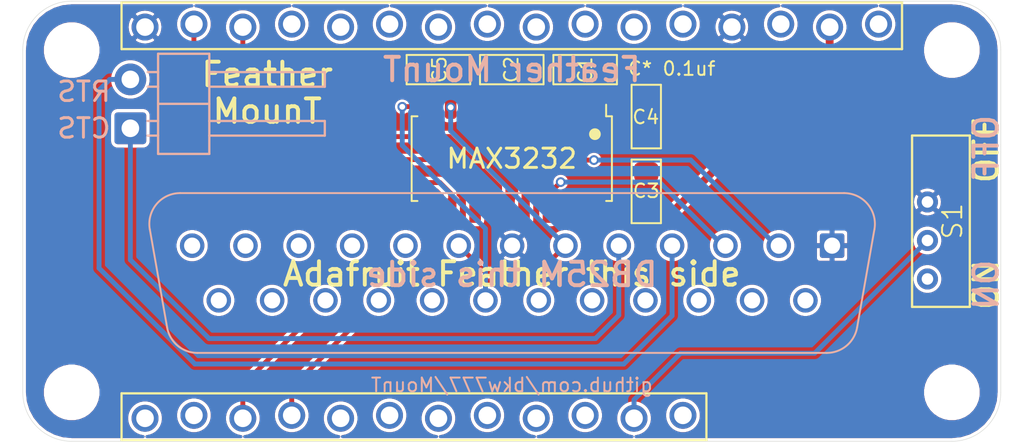
<source format=kicad_pcb>
(kicad_pcb (version 20171130) (host pcbnew 5.1.9-73d0e3b20d~88~ubuntu20.10.1)
  (layers (0 F.Cu signal) (31 B.Cu signal) (34 B.Paste user hide) (35 F.Paste user hide) (36 B.SilkS user) (37 F.SilkS user) (38 B.Mask user) (39 F.Mask user) (44 Edge.Cuts user))
  (net 0 "")
  (net 1 GND)
  (net 2 "Net-(C1-Pad1)")
  (net 3 "Net-(C1-Pad2)")
  (net 4 "Net-(C2-Pad1)")
  (net 5 "Net-(C2-Pad2)")
  (net 6 "Net-(C4-Pad1)")
  (net 7 "Net-(C5-Pad1)")
  (net 8 /En)
  (net 9 +3V3)
  (net 10 /DTR_TTL)
  (net 11 /DSR_TTL)
  (net 12 /TX_TTL)
  (net 13 /RX_TTL)
  (net 14 /DTR_232)
  (net 15 /DCD_232)
  (net 16 /DSR_232)
  (net 17 /CTS_232)
  (net 18 /RTS_232)
  (net 19 /RX_232)
  (net 20 /TX_232)
  (module 0_LOCAL:PinHeader_1x02_P2.54mm_Horizontal (layer B.Cu) (at 127.508 91.694)
    (fp_text reference JP1 hide)
    (fp_text value Jumper_2_Bridged)
    (fp_line (start 1.44 1.33) (end 1.44 -3.87) (layer B.SilkS) (width 0.12))
    (fp_line (start 1.44 -3.87) (end 4.1 -3.87) (layer B.SilkS) (width 0.12))
    (fp_line (start 4.1 -3.87) (end 4.1 1.33) (layer B.SilkS) (width 0.12))
    (fp_line (start 4.1 1.33) (end 1.44 1.33) (layer B.SilkS) (width 0.12))
    (fp_line (start 4.1 0.38) (end 10.1 0.38) (layer B.SilkS) (width 0.12))
    (fp_line (start 10.1 0.38) (end 10.1 -0.38) (layer B.SilkS) (width 0.12))
    (fp_line (start 10.1 -0.38) (end 4.1 -0.38) (layer B.SilkS) (width 0.12))
    (fp_line (start 0.9 0.38) (end 1.44 0.38) (layer B.SilkS) (width 0.12))
    (fp_line (start 0.9 -0.38) (end 1.44 -0.38) (layer B.SilkS) (width 0.12))
    (fp_line (start 1.44 -1.27) (end 4.1 -1.27) (layer B.SilkS) (width 0.12))
    (fp_line (start 4.1 -2.16) (end 10.1 -2.16) (layer B.SilkS) (width 0.12))
    (fp_line (start 10.1 -2.16) (end 10.1 -2.92) (layer B.SilkS) (width 0.12))
    (fp_line (start 10.1 -2.92) (end 4.1 -2.92) (layer B.SilkS) (width 0.12))
    (fp_line (start 0.9 -2.16) (end 1.44 -2.16) (layer B.SilkS) (width 0.12))
    (fp_line (start 0.9 -2.92) (end 1.44 -2.92) (layer B.SilkS) (width 0.12))
    (pad 2 thru_hole custom (at 0 -2.54) (size 1.651 1.651) (drill 0.9144) (layers *.Cu *.Mask) (net 18 /RTS_232) (options (clearance outline) (anchor circle)) (primitives))
    (pad 1 thru_hole roundrect (at 0 0) (size 1.651 1.651) (drill 0.9144) (layers *.Cu *.Mask) (roundrect_rratio 0.1) (net 17 /CTS_232))
  )
  (module 0_LOCAL:Adafruit_Feather_stagger_6mil (layer F.Cu) (at 147.32 96.52 180)
    (fp_text reference J1 hide)
    (fp_text value Adafruit_Feather)
    (fp_line (start 20.2692 8.9408) (end -20.2692 8.9408) (layer F.SilkS) (width 0.12))
    (fp_line (start 20.2692 11.3792) (end 20.2692 8.9408) (layer F.SilkS) (width 0.12))
    (fp_line (start -20.2692 11.3792) (end 20.2692 11.3792) (layer F.SilkS) (width 0.12))
    (fp_line (start -20.2692 8.9408) (end -20.2692 11.3792) (layer F.SilkS) (width 0.12))
    (fp_line (start 20.2692 -11.3792) (end -10.1092 -11.3792) (layer F.SilkS) (width 0.12))
    (fp_line (start 20.2692 -8.9408) (end 20.2692 -11.3792) (layer F.SilkS) (width 0.12))
    (fp_line (start -10.1092 -8.9408) (end 20.2692 -8.9408) (layer F.SilkS) (width 0.12))
    (fp_line (start -10.1092 -11.3792) (end -10.1092 -8.9408) (layer F.SilkS) (width 0.12))
    (pad "" np_thru_hole circle (at 22.86 -8.89 180) (size 2.54 2.54) (drill 2.54) (layers *.Cu *.Mask))
    (pad "" np_thru_hole circle (at 22.86 8.89 180) (size 2.54 2.54) (drill 2.54) (layers *.Cu *.Mask))
    (pad "" np_thru_hole circle (at -22.86 8.89 180) (size 2.54 2.54) (drill 2.54) (layers *.Cu *.Mask))
    (pad "" np_thru_hole circle (at -22.86 -8.89 180) (size 2.54 2.54) (drill 2.54) (layers *.Cu *.Mask))
    (pad 16 thru_hole circle (at 19.05 10.0838 180) (size 1.397 1.397) (drill 0.9144) (layers *.Cu *.Mask) (net 1 GND))
    (pad 15 thru_hole circle (at 16.51 10.2362 180) (size 1.397 1.397) (drill 0.9144) (layers *.Cu *.Mask) (net 12 /TX_TTL))
    (pad 14 thru_hole circle (at 13.97 10.0838 180) (size 1.397 1.397) (drill 0.9144) (layers *.Cu *.Mask) (net 13 /RX_TTL))
    (pad 13 thru_hole circle (at 11.43 10.2362 180) (size 1.397 1.397) (drill 0.9144) (layers *.Cu *.Mask))
    (pad 12 thru_hole circle (at 8.89 10.0838 180) (size 1.397 1.397) (drill 0.9144) (layers *.Cu *.Mask))
    (pad 11 thru_hole circle (at 6.35 10.2362 180) (size 1.397 1.397) (drill 0.9144) (layers *.Cu *.Mask))
    (pad 10 thru_hole circle (at 3.81 10.0838 180) (size 1.397 1.397) (drill 0.9144) (layers *.Cu *.Mask))
    (pad 9 thru_hole circle (at 1.27 10.2362 180) (size 1.397 1.397) (drill 0.9144) (layers *.Cu *.Mask))
    (pad 8 thru_hole circle (at -1.27 10.0838 180) (size 1.397 1.397) (drill 0.9144) (layers *.Cu *.Mask))
    (pad 7 thru_hole circle (at -3.81 10.2362 180) (size 1.397 1.397) (drill 0.9144) (layers *.Cu *.Mask))
    (pad 6 thru_hole circle (at -6.35 10.0838 180) (size 1.397 1.397) (drill 0.9144) (layers *.Cu *.Mask))
    (pad 5 thru_hole circle (at -8.89 10.2362 180) (size 1.397 1.397) (drill 0.9144) (layers *.Cu *.Mask))
    (pad 4 thru_hole circle (at -11.43 10.0838 180) (size 1.397 1.397) (drill 0.9144) (layers *.Cu *.Mask) (net 1 GND))
    (pad 3 thru_hole circle (at -13.97 10.2362 180) (size 1.397 1.397) (drill 0.9144) (layers *.Cu *.Mask))
    (pad 2 thru_hole circle (at -16.51 10.0838 180) (size 1.397 1.397) (drill 0.9144) (layers *.Cu *.Mask) (net 9 +3V3))
    (pad 1 thru_hole circle (at -19.05 10.2362 180) (size 1.397 1.397) (drill 0.9144) (layers *.Cu *.Mask))
    (pad 17 thru_hole circle (at 19.05 -10.2362 180) (size 1.397 1.397) (drill 0.9144) (layers *.Cu *.Mask))
    (pad 18 thru_hole circle (at 16.51 -10.0838 180) (size 1.397 1.397) (drill 0.9144) (layers *.Cu *.Mask))
    (pad 19 thru_hole circle (at 13.97 -10.2362 180) (size 1.397 1.397) (drill 0.9144) (layers *.Cu *.Mask) (net 10 /DTR_TTL))
    (pad 20 thru_hole circle (at 11.43 -10.0838 180) (size 1.397 1.397) (drill 0.9144) (layers *.Cu *.Mask) (net 11 /DSR_TTL))
    (pad 21 thru_hole circle (at 8.89 -10.2362 180) (size 1.397 1.397) (drill 0.9144) (layers *.Cu *.Mask))
    (pad 22 thru_hole circle (at 6.35 -10.0838 180) (size 1.397 1.397) (drill 0.9144) (layers *.Cu *.Mask))
    (pad 23 thru_hole circle (at 3.81 -10.2362 180) (size 1.397 1.397) (drill 0.9144) (layers *.Cu *.Mask))
    (pad 24 thru_hole circle (at 1.27 -10.0838 180) (size 1.397 1.397) (drill 0.9144) (layers *.Cu *.Mask))
    (pad 25 thru_hole circle (at -1.27 -10.2362 180) (size 1.397 1.397) (drill 0.9144) (layers *.Cu *.Mask))
    (pad 26 thru_hole circle (at -3.81 -10.0838 180) (size 1.397 1.397) (drill 0.9144) (layers *.Cu *.Mask))
    (pad 27 thru_hole circle (at -6.35 -10.2362 180) (size 1.397 1.397) (drill 0.9144) (layers *.Cu *.Mask) (net 8 /En))
    (pad 28 thru_hole circle (at -8.89 -10.0838 180) (size 1.397 1.397) (drill 0.9144) (layers *.Cu *.Mask))
  )
  (module 0_LOCAL:CSS-121xC (layer F.Cu) (at 168.91 96.52 90)
    (fp_text reference S1 (at 0 1.3 90) (layer F.SilkS) (effects (font (thickness 0.1))))
    (fp_text value DS04-254-1L-01BK)
    (fp_line (start -4.45 -0.8) (end -4.45 2.2) (layer F.SilkS) (width 0.12))
    (fp_line (start -4.45 2.2) (end 4.45 2.2) (layer F.SilkS) (width 0.12))
    (fp_line (start -4.45 -0.8) (end 4.45 -0.8) (layer F.SilkS) (width 0.12))
    (fp_line (start 4.45 -0.8) (end 4.45 2.2) (layer F.SilkS) (width 0.12))
    (pad 2 thru_hole circle (at -1 0 90) (size 1.0922 1.0922) (drill 0.6) (layers *.Cu *.Mask) (net 8 /En))
    (pad 1 thru_hole circle (at -3 0 90) (size 1.0922 1.0922) (drill 0.6) (layers *.Cu *.Mask))
    (pad 3 thru_hole circle (at 1 0 90) (size 1.0922 1.0922) (drill 0.6) (layers *.Cu *.Mask) (net 1 GND))
  )
  (module 0_LOCAL:DSUB-25_Male_Vertical_P2.77x2.84mm (layer B.Cu) (at 163.957 97.79 180)
    (fp_text reference J2 hide)
    (fp_text value DB25_Male)
    (fp_line (start -0.623194 2.73) (end 33.863194 2.73) (layer B.SilkS) (width 0.1))
    (fp_line (start 0.276073 -5.57) (end 32.963927 -5.57) (layer B.SilkS) (width 0.1))
    (fp_line (start 35.438887 0.852163) (end 34.539619 -4.247837) (layer B.SilkS) (width 0.1))
    (fp_line (start -2.198887 0.852163) (end -1.299619 -4.247837) (layer B.SilkS) (width 0.1))
    (fp_arc (start 32.963927 -3.97) (end 32.963927 -5.57) (angle 80) (layer B.SilkS) (width 0.1))
    (fp_arc (start 0.276073 -3.97) (end 0.276073 -5.57) (angle -80) (layer B.SilkS) (width 0.1))
    (fp_arc (start 33.863194 1.13) (end 33.863194 2.73) (angle -100) (layer B.SilkS) (width 0.1))
    (fp_arc (start -0.623194 1.13) (end -0.623194 2.73) (angle 100) (layer B.SilkS) (width 0.1))
    (pad 25 thru_hole circle (at 31.855 -2.84 180) (size 1.27 1.27) (drill 0.8382) (layers *.Cu *.Mask))
    (pad 24 thru_hole circle (at 29.085 -2.84 180) (size 1.27 1.27) (drill 0.8382) (layers *.Cu *.Mask))
    (pad 23 thru_hole circle (at 26.315 -2.84 180) (size 1.27 1.27) (drill 0.8382) (layers *.Cu *.Mask))
    (pad 22 thru_hole circle (at 23.545 -2.84 180) (size 1.27 1.27) (drill 0.8382) (layers *.Cu *.Mask))
    (pad 21 thru_hole circle (at 20.775 -2.84 180) (size 1.27 1.27) (drill 0.8382) (layers *.Cu *.Mask))
    (pad 20 thru_hole circle (at 18.005 -2.84 180) (size 1.27 1.27) (drill 0.8382) (layers *.Cu *.Mask) (net 14 /DTR_232))
    (pad 19 thru_hole circle (at 15.235 -2.84 180) (size 1.27 1.27) (drill 0.8382) (layers *.Cu *.Mask))
    (pad 18 thru_hole circle (at 12.465 -2.84 180) (size 1.27 1.27) (drill 0.8382) (layers *.Cu *.Mask))
    (pad 17 thru_hole circle (at 9.695 -2.84 180) (size 1.27 1.27) (drill 0.8382) (layers *.Cu *.Mask))
    (pad 16 thru_hole circle (at 6.925 -2.84 180) (size 1.27 1.27) (drill 0.8382) (layers *.Cu *.Mask))
    (pad 15 thru_hole circle (at 4.155 -2.84 180) (size 1.27 1.27) (drill 0.8382) (layers *.Cu *.Mask))
    (pad 14 thru_hole circle (at 1.385 -2.84 180) (size 1.27 1.27) (drill 0.8382) (layers *.Cu *.Mask))
    (pad 13 thru_hole circle (at 33.24 0 180) (size 1.27 1.27) (drill 0.8382) (layers *.Cu *.Mask))
    (pad 12 thru_hole circle (at 30.47 0 180) (size 1.27 1.27) (drill 0.8382) (layers *.Cu *.Mask))
    (pad 11 thru_hole circle (at 27.7 0 180) (size 1.27 1.27) (drill 0.8382) (layers *.Cu *.Mask))
    (pad 10 thru_hole circle (at 24.93 0 180) (size 1.27 1.27) (drill 0.8382) (layers *.Cu *.Mask))
    (pad 9 thru_hole circle (at 22.16 0 180) (size 1.27 1.27) (drill 0.8382) (layers *.Cu *.Mask))
    (pad 8 thru_hole circle (at 19.39 0 180) (size 1.27 1.27) (drill 0.8382) (layers *.Cu *.Mask) (net 15 /DCD_232))
    (pad 7 thru_hole circle (at 16.62 0 180) (size 1.27 1.27) (drill 0.8382) (layers *.Cu *.Mask) (net 1 GND))
    (pad 6 thru_hole circle (at 13.85 0 180) (size 1.27 1.27) (drill 0.8382) (layers *.Cu *.Mask) (net 16 /DSR_232))
    (pad 5 thru_hole circle (at 11.08 0 180) (size 1.27 1.27) (drill 0.8382) (layers *.Cu *.Mask) (net 17 /CTS_232))
    (pad 4 thru_hole circle (at 8.31 0 180) (size 1.27 1.27) (drill 0.8382) (layers *.Cu *.Mask) (net 18 /RTS_232))
    (pad 3 thru_hole circle (at 5.54 0 180) (size 1.27 1.27) (drill 0.8382) (layers *.Cu *.Mask) (net 19 /RX_232))
    (pad 2 thru_hole circle (at 2.77 0 180) (size 1.27 1.27) (drill 0.8382) (layers *.Cu *.Mask) (net 20 /TX_232))
    (pad 1 thru_hole roundrect (at 0 0 180) (size 1.27 1.27) (drill 0.8382) (layers *.Cu *.Mask) (roundrect_rratio 0.1) (net 1 GND))
  )
  (module 0_LOCAL:C_0805 (layer F.Cu) (at 154.305 94.9706 90)
    (fp_text reference C3 (at 0.0254 0) (layer F.SilkS) (effects (font (size 0.7112 0.7112) (thickness 0.1016))))
    (fp_text value 0.1uf)
    (fp_line (start 1.651 -0.762) (end -1.651 -0.762) (layer F.SilkS) (width 0.1016))
    (fp_line (start -1.651 0.762) (end 1.651 0.762) (layer F.SilkS) (width 0.1016))
    (fp_line (start 1.651 -0.762) (end 1.651 0.762) (layer F.SilkS) (width 0.1016))
    (fp_line (start -1.651 -0.762) (end -1.651 0.762) (layer F.SilkS) (width 0.1016))
    (pad 1 smd roundrect (at -1 0 90) (size 1 1.25) (layers F.Cu F.Paste F.Mask) (net 9 +3V3))
    (pad 2 smd roundrect (at 1 0 90) (size 1 1.25) (layers F.Cu F.Paste F.Mask) (net 1 GND))
  )
  (module 0_LOCAL:C_0805 (layer F.Cu) (at 154.305 91.0844 90)
    (fp_text reference C4 (at -0.0254 -0.0254) (layer F.SilkS) (effects (font (size 0.7112 0.7112) (thickness 0.1016))))
    (fp_text value 0.1uf)
    (fp_line (start 1.651 -0.762) (end -1.651 -0.762) (layer F.SilkS) (width 0.1016))
    (fp_line (start -1.651 0.762) (end 1.651 0.762) (layer F.SilkS) (width 0.1016))
    (fp_line (start 1.651 -0.762) (end 1.651 0.762) (layer F.SilkS) (width 0.1016))
    (fp_line (start -1.651 -0.762) (end -1.651 0.762) (layer F.SilkS) (width 0.1016))
    (pad 1 smd roundrect (at -1 0 90) (size 1 1.25) (layers F.Cu F.Paste F.Mask) (net 6 "Net-(C4-Pad1)"))
    (pad 2 smd roundrect (at 1 0 90) (size 1 1.25) (layers F.Cu F.Paste F.Mask) (net 1 GND))
  )
  (module 0_LOCAL:C_0805 (layer F.Cu) (at 151.13 88.646 180)
    (fp_text reference C1 (at 0 -0.0254 90) (layer F.SilkS) (effects (font (size 0.7112 0.7112) (thickness 0.1016))))
    (fp_text value 0.1uf)
    (fp_line (start 1.651 -0.762) (end -1.651 -0.762) (layer F.SilkS) (width 0.1016))
    (fp_line (start -1.651 0.762) (end 1.651 0.762) (layer F.SilkS) (width 0.1016))
    (fp_line (start 1.651 -0.762) (end 1.651 0.762) (layer F.SilkS) (width 0.1016))
    (fp_line (start -1.651 -0.762) (end -1.651 0.762) (layer F.SilkS) (width 0.1016))
    (pad 1 smd roundrect (at -1 0 180) (size 1 1.25) (layers F.Cu F.Paste F.Mask) (net 2 "Net-(C1-Pad1)"))
    (pad 2 smd roundrect (at 1 0 180) (size 1 1.25) (layers F.Cu F.Paste F.Mask) (net 3 "Net-(C1-Pad2)"))
  )
  (module 0_LOCAL:C_0805 (layer F.Cu) (at 147.32 88.646 180)
    (fp_text reference C2 (at 0.0254 0 90) (layer F.SilkS) (effects (font (size 0.7112 0.7112) (thickness 0.1016))))
    (fp_text value 0.1uf)
    (fp_line (start 1.651 -0.762) (end -1.651 -0.762) (layer F.SilkS) (width 0.1016))
    (fp_line (start -1.651 0.762) (end 1.651 0.762) (layer F.SilkS) (width 0.1016))
    (fp_line (start 1.651 -0.762) (end 1.651 0.762) (layer F.SilkS) (width 0.1016))
    (fp_line (start -1.651 -0.762) (end -1.651 0.762) (layer F.SilkS) (width 0.1016))
    (pad 1 smd roundrect (at -1 0 180) (size 1 1.25) (layers F.Cu F.Paste F.Mask) (net 4 "Net-(C2-Pad1)"))
    (pad 2 smd roundrect (at 1 0 180) (size 1 1.25) (layers F.Cu F.Paste F.Mask) (net 5 "Net-(C2-Pad2)"))
  )
  (module 0_LOCAL:C_0805 (layer F.Cu) (at 143.51 88.646 180)
    (fp_text reference C5 (at -0.0508 0 90) (layer F.SilkS) (effects (font (size 0.7112 0.7112) (thickness 0.1016))))
    (fp_text value 0.1uf)
    (fp_line (start 1.651 -0.762) (end -1.651 -0.762) (layer F.SilkS) (width 0.1016))
    (fp_line (start -1.651 0.762) (end 1.651 0.762) (layer F.SilkS) (width 0.1016))
    (fp_line (start 1.651 -0.762) (end 1.651 0.762) (layer F.SilkS) (width 0.1016))
    (fp_line (start -1.651 -0.762) (end -1.651 0.762) (layer F.SilkS) (width 0.1016))
    (pad 1 smd roundrect (at -1 0 180) (size 1 1.25) (layers F.Cu F.Paste F.Mask) (net 7 "Net-(C5-Pad1)"))
    (pad 2 smd roundrect (at 1 0 180) (size 1 1.25) (layers F.Cu F.Paste F.Mask) (net 1 GND))
  )
  (module 0_LOCAL:NetTie-2_SMD_10 (layer F.Cu) (at 147.3454 99.187 180)
    (fp_text reference NT1 hide)
    (fp_text value Net-Tie_2)
    (fp_poly (pts (xy -0.254 -0.127) (xy 0.254 -0.127) (xy 0.254 0.127) (xy -0.254 0.127)) (layer F.Cu) (width 0))
    (pad 2 smd circle (at 0.254 0 180) (size 0.254 0.254) (layers F.Cu) (net 15 /DCD_232))
    (pad 1 smd circle (at -0.254 0 180) (size 0.254 0.254) (layers F.Cu) (net 16 /DSR_232))
  )
  (module 0_LOCAL:SOIC-16_W3.90mm (layer F.Cu) (at 147.32 93.2688 180)
    (fp_text reference U1 hide)
    (fp_text value MAX3232 (at 0 0) (layer F.SilkS))
    (fp_circle (center -4.318 1.27) (end -4.1656 1.27) (layer F.SilkS) (width 0.3048))
    (fp_line (start 5.2 -2.2) (end 4.9 -2.2) (layer F.SilkS) (width 0.1))
    (fp_line (start 4.9 2.2) (end 5.2 2.2) (layer F.SilkS) (width 0.1))
    (fp_line (start 5.2 2.2) (end 5.2 -2.2) (layer F.SilkS) (width 0.1))
    (fp_line (start -5.2 -2.2) (end -5.2 2.2) (layer F.SilkS) (width 0.1))
    (fp_line (start -5.2 2.2) (end -4.9 2.2) (layer F.SilkS) (width 0.1))
    (fp_line (start -4.9 2.2) (end -4.9 2.8) (layer F.SilkS) (width 0.1))
    (fp_line (start -4.9 -2.2) (end -5.2 -2.2) (layer F.SilkS) (width 0.1))
    (pad 16 smd roundrect (at -4.445 -2.7 180) (size 0.6 1.27) (layers F.Cu F.Paste F.Mask) (net 9 +3V3))
    (pad 15 smd roundrect (at -3.175 -2.7 180) (size 0.6 1.27) (layers F.Cu F.Paste F.Mask) (net 1 GND))
    (pad 14 smd roundrect (at -1.905 -2.7 180) (size 0.6 1.27) (layers F.Cu F.Paste F.Mask) (net 19 /RX_232))
    (pad 13 smd roundrect (at -0.635 -2.7 180) (size 0.6 1.27) (layers F.Cu F.Paste F.Mask) (net 20 /TX_232))
    (pad 12 smd roundrect (at 0.635 -2.7 180) (size 0.6 1.27) (layers F.Cu F.Paste F.Mask) (net 13 /RX_TTL))
    (pad 11 smd roundrect (at 1.905 -2.7 180) (size 0.6 1.27) (layers F.Cu F.Paste F.Mask) (net 12 /TX_TTL))
    (pad 10 smd roundrect (at 3.175 -2.7 180) (size 0.6 1.27) (layers F.Cu F.Paste F.Mask) (net 10 /DTR_TTL))
    (pad 9 smd roundrect (at 4.445 -2.7 180) (size 0.6 1.27) (layers F.Cu F.Paste F.Mask) (net 11 /DSR_TTL))
    (pad 8 smd roundrect (at 4.445 2.7 180) (size 0.6 1.27) (layers F.Cu F.Paste F.Mask) (net 14 /DTR_232))
    (pad 7 smd roundrect (at 3.175 2.7 180) (size 0.6 1.27) (layers F.Cu F.Paste F.Mask) (net 16 /DSR_232))
    (pad 6 smd roundrect (at 1.905 2.7 180) (size 0.6 1.27) (layers F.Cu F.Paste F.Mask) (net 7 "Net-(C5-Pad1)"))
    (pad 5 smd roundrect (at 0.635 2.7 180) (size 0.6 1.27) (layers F.Cu F.Paste F.Mask) (net 5 "Net-(C2-Pad2)"))
    (pad 4 smd roundrect (at -0.635 2.7 180) (size 0.6 1.27) (layers F.Cu F.Paste F.Mask) (net 4 "Net-(C2-Pad1)"))
    (pad 3 smd roundrect (at -1.905 2.7 180) (size 0.6 1.27) (layers F.Cu F.Paste F.Mask) (net 3 "Net-(C1-Pad2)"))
    (pad 2 smd roundrect (at -3.175 2.7 180) (size 0.6 1.27) (layers F.Cu F.Paste F.Mask) (net 6 "Net-(C4-Pad1)"))
    (pad 1 smd roundrect (at -4.445 2.7 180) (size 0.6 1.27) (layers F.Cu F.Paste F.Mask) (net 2 "Net-(C1-Pad1)"))
  )
  (gr_text ON (at 171.958 99.822 90) (layer F.SilkS) (effects (font (size 1.2192 1.2192) (thickness 0.2032))))
  (gr_text OFF (at 171.958 92.837 90) (layer F.SilkS) (effects (font (size 1.2192 1.2192) (thickness 0.2032))))
  (gr_text OFF (at 171.958 92.71 90) (layer B.SilkS) (effects (font (size 1.2192 1.2192) (thickness 0.2032)) (justify mirror)))
  (gr_text Feather (at 134.62 88.9) (layer F.SilkS) (effects (font (size 1.2192 1.2192) (thickness 0.2032))))
  (gr_text MounT (at 134.62 90.805) (layer F.SilkS) (effects (font (size 1.2192 1.2192) (thickness 0.2032))))
  (gr_text CTS (at 125.095 91.694) (layer B.SilkS) (effects (font (size 1.016 1.016) (thickness 0.1524)) (justify mirror)))
  (gr_text RTS (at 125.095 89.789) (layer B.SilkS) (effects (font (size 1.016 1.016) (thickness 0.1524)) (justify mirror)))
  (gr_text "DB25M this side" (at 147.32 99.2886) (layer B.SilkS) (effects (font (size 1.2192 1.2192) (thickness 0.2032)) (justify mirror)))
  (gr_text "Adafruit Feather this side" (at 147.32 99.2632) (layer F.SilkS) (effects (font (size 1.2192 1.2192) (thickness 0.2032))))
  (gr_text ON (at 171.958 99.822 90) (layer B.SilkS) (effects (font (size 1.2192 1.2192) (thickness 0.2032)) (justify mirror)))
  (gr_text "Feather MounT" (at 147.32 88.646) (layer B.SilkS) (effects (font (size 1.2192 1.2192) (thickness 0.2032)) (justify mirror)))
  (gr_text github.com/bkw777/MounT (at 147.32 105.029) (layer B.SilkS) (effects (font (size 0.7112 0.7112) (thickness 0.1016)) (justify mirror)))
  (gr_text "C* 0.1uf" (at 155.6258 88.5952) (layer F.SilkS) (effects (font (size 0.7112 0.7112) (thickness 0.1016))))
  (gr_line (start 121.92 87.63) (end 121.92 105.41) (layer Edge.Cuts) (width 0.0254))
  (gr_line (start 170.18 85.09) (end 124.46 85.09) (layer Edge.Cuts) (width 0.0254))
  (gr_line (start 172.72 105.41) (end 172.72 87.63) (layer Edge.Cuts) (width 0.0254))
  (gr_line (start 124.46 107.95) (end 170.18 107.95) (layer Edge.Cuts) (width 0.0254))
  (gr_arc (start 124.46 105.41) (end 121.92 105.41) (angle -90) (layer Edge.Cuts) (width 0.0254))
  (gr_arc (start 124.46 87.63) (end 124.46 85.09) (angle -90) (layer Edge.Cuts) (width 0.0254))
  (gr_arc (start 170.18 87.63) (end 172.72 87.63) (angle -90) (layer Edge.Cuts) (width 0.0254))
  (gr_arc (start 170.18 105.41) (end 170.18 107.95) (angle -90) (layer Edge.Cuts) (width 0.0254))
  (segment (start 151.765 89.011) (end 152.13 88.646) (width 0.4064) (layer F.Cu) (net 2))
  (segment (start 151.765 90.5688) (end 151.765 89.011) (width 0.4064) (layer F.Cu) (net 2))
  (segment (start 150.13 88.9475) (end 150.13 88.646) (width 0.4064) (layer F.Cu) (net 3))
  (segment (start 149.225 89.8525) (end 150.13 88.9475) (width 0.4064) (layer F.Cu) (net 3))
  (segment (start 149.225 90.5688) (end 149.225 89.8525) (width 0.4064) (layer F.Cu) (net 3))
  (segment (start 147.955 89.011) (end 148.32 88.646) (width 0.4064) (layer F.Cu) (net 4))
  (segment (start 147.955 90.5688) (end 147.955 89.011) (width 0.4064) (layer F.Cu) (net 4))
  (segment (start 146.685 89.011) (end 146.32 88.646) (width 0.4064) (layer F.Cu) (net 5))
  (segment (start 146.685 90.5688) (end 146.685 89.011) (width 0.4064) (layer F.Cu) (net 5))
  (segment (start 150.495 91.567) (end 150.495 90.5688) (width 0.4064) (layer F.Cu) (net 6))
  (segment (start 151.0124 92.0844) (end 150.495 91.567) (width 0.4064) (layer F.Cu) (net 6))
  (segment (start 154.305 92.0844) (end 151.0124 92.0844) (width 0.4064) (layer F.Cu) (net 6))
  (segment (start 144.51 88.9094) (end 144.51 88.646) (width 0.4064) (layer F.Cu) (net 7))
  (segment (start 145.415 89.8144) (end 144.51 88.9094) (width 0.4064) (layer F.Cu) (net 7))
  (segment (start 145.415 90.5688) (end 145.415 89.8144) (width 0.4064) (layer F.Cu) (net 7))
  (segment (start 163.052 103.378) (end 168.91 97.52) (width 0.254) (layer B.Cu) (net 8))
  (segment (start 156.083 103.378) (end 163.052 103.378) (width 0.254) (layer B.Cu) (net 8))
  (segment (start 153.67 105.791) (end 156.083 103.378) (width 0.254) (layer B.Cu) (net 8))
  (segment (start 153.67 106.8324) (end 153.67 105.791) (width 0.254) (layer B.Cu) (net 8))
  (segment (start 151.7668 95.9706) (end 151.765 95.9688) (width 0.4064) (layer F.Cu) (net 9))
  (segment (start 154.305 95.9706) (end 151.7668 95.9706) (width 0.4064) (layer F.Cu) (net 9))
  (segment (start 163.83 87.884) (end 163.83 86.5124) (width 0.4064) (layer F.Cu) (net 9))
  (segment (start 155.7434 95.9706) (end 163.83 87.884) (width 0.4064) (layer F.Cu) (net 9))
  (segment (start 154.305 95.9706) (end 155.7434 95.9706) (width 0.4064) (layer F.Cu) (net 9))
  (segment (start 137.6426 96.7994) (end 139.9286 94.5134) (width 0.254) (layer F.Cu) (net 10))
  (segment (start 144.145 95.0722) (end 144.145 95.9688) (width 0.254) (layer F.Cu) (net 10))
  (segment (start 136.2456 99.8982) (end 137.6426 98.5012) (width 0.254) (layer F.Cu) (net 10))
  (segment (start 139.9286 94.5134) (end 143.5862 94.5134) (width 0.254) (layer F.Cu) (net 10))
  (segment (start 137.6426 98.5012) (end 137.6426 96.7994) (width 0.254) (layer F.Cu) (net 10))
  (segment (start 136.2456 102.1334) (end 136.2456 99.8982) (width 0.254) (layer F.Cu) (net 10))
  (segment (start 143.5862 94.5134) (end 144.145 95.0722) (width 0.254) (layer F.Cu) (net 10))
  (segment (start 133.35 105.029) (end 136.2456 102.1334) (width 0.254) (layer F.Cu) (net 10))
  (segment (start 133.35 106.8324) (end 133.35 105.029) (width 0.254) (layer F.Cu) (net 10))
  (segment (start 140.4112 96.8248) (end 141.2672 95.9688) (width 0.254) (layer F.Cu) (net 11))
  (segment (start 139.0294 99.9084) (end 140.4112 98.5266) (width 0.254) (layer F.Cu) (net 11))
  (segment (start 141.2672 95.9688) (end 142.875 95.9688) (width 0.254) (layer F.Cu) (net 11))
  (segment (start 139.0294 102.0166) (end 139.0294 99.9084) (width 0.254) (layer F.Cu) (net 11))
  (segment (start 140.4112 98.5266) (end 140.4112 96.8248) (width 0.254) (layer F.Cu) (net 11))
  (segment (start 135.89 105.156) (end 139.0294 102.0166) (width 0.254) (layer F.Cu) (net 11))
  (segment (start 135.89 106.5276) (end 135.89 105.156) (width 0.254) (layer F.Cu) (net 11))
  (segment (start 136.4996 93.3196) (end 130.81 87.63) (width 0.254) (layer F.Cu) (net 12))
  (segment (start 143.7386 93.3196) (end 136.4996 93.3196) (width 0.254) (layer F.Cu) (net 12))
  (segment (start 130.81 87.63) (end 130.81 86.2076) (width 0.254) (layer F.Cu) (net 12))
  (segment (start 145.415 94.996) (end 143.7386 93.3196) (width 0.254) (layer F.Cu) (net 12))
  (segment (start 145.415 95.9688) (end 145.415 94.996) (width 0.254) (layer F.Cu) (net 12))
  (segment (start 137.7188 92.1258) (end 133.35 87.757) (width 0.254) (layer F.Cu) (net 13))
  (segment (start 133.35 87.757) (end 133.35 86.5124) (width 0.254) (layer F.Cu) (net 13))
  (segment (start 144.0688 92.1258) (end 137.7188 92.1258) (width 0.254) (layer F.Cu) (net 13))
  (segment (start 146.685 94.742) (end 144.0688 92.1258) (width 0.254) (layer F.Cu) (net 13))
  (segment (start 146.685 95.9688) (end 146.685 94.742) (width 0.254) (layer F.Cu) (net 13))
  (segment (start 145.825 100.8416) (end 145.8214 100.838) (width 0.1778) (layer B.Cu) (net 14))
  (segment (start 145.95 100.628) (end 145.952 100.63) (width 0.254) (layer F.Cu) (net 14))
  (via (at 141.6304 90.5764) (size 0.5) (drill 0.3) (layers F.Cu B.Cu) (net 14))
  (segment (start 141.638 90.5688) (end 141.6304 90.5764) (width 0.254) (layer F.Cu) (net 14))
  (segment (start 142.875 90.5688) (end 141.638 90.5688) (width 0.254) (layer F.Cu) (net 14))
  (segment (start 145.952 96.9046) (end 145.952 100.63) (width 0.254) (layer B.Cu) (net 14))
  (segment (start 141.6304 92.583) (end 145.952 96.9046) (width 0.254) (layer B.Cu) (net 14))
  (segment (start 141.6304 90.5764) (end 141.6304 92.583) (width 0.254) (layer B.Cu) (net 14))
  (segment (start 145.964 99.187) (end 144.567 97.79) (width 0.254) (layer F.Cu) (net 15))
  (segment (start 145.964 99.187) (end 147.0914 99.187) (width 0.254) (layer F.Cu) (net 15))
  (segment (start 150.107 97.79) (end 148.71 99.187) (width 0.254) (layer F.Cu) (net 16))
  (segment (start 148.71 99.187) (end 147.5994 99.187) (width 0.254) (layer F.Cu) (net 16))
  (via (at 144.145 90.6018) (size 0.5) (drill 0.3) (layers F.Cu B.Cu) (net 16))
  (segment (start 144.145 91.828) (end 144.145 90.6018) (width 0.254) (layer B.Cu) (net 16))
  (segment (start 150.107 97.79) (end 144.145 91.828) (width 0.254) (layer B.Cu) (net 16))
  (segment (start 131.5974 102.616) (end 127.508 98.5266) (width 0.254) (layer B.Cu) (net 17))
  (segment (start 127.508 98.5266) (end 127.508 91.694) (width 0.254) (layer B.Cu) (net 17))
  (segment (start 151.6634 102.616) (end 131.5974 102.616) (width 0.254) (layer B.Cu) (net 17))
  (segment (start 152.877 101.4024) (end 151.6634 102.616) (width 0.254) (layer B.Cu) (net 17))
  (segment (start 152.877 97.79) (end 152.877 101.4024) (width 0.254) (layer B.Cu) (net 17))
  (segment (start 126.4412 89.154) (end 127.508 89.154) (width 0.254) (layer B.Cu) (net 18))
  (segment (start 125.8824 89.7128) (end 126.4412 89.154) (width 0.254) (layer B.Cu) (net 18))
  (segment (start 125.8824 98.9584) (end 125.8824 89.7128) (width 0.254) (layer B.Cu) (net 18))
  (segment (start 130.8608 103.9368) (end 125.8824 98.9584) (width 0.254) (layer B.Cu) (net 18))
  (segment (start 153.1366 103.9368) (end 130.8608 103.9368) (width 0.254) (layer B.Cu) (net 18))
  (segment (start 155.647 101.4264) (end 153.1366 103.9368) (width 0.254) (layer B.Cu) (net 18))
  (segment (start 155.647 97.79) (end 155.647 101.4264) (width 0.254) (layer B.Cu) (net 18))
  (segment (start 149.225 95.123) (end 149.225 95.9688) (width 0.254) (layer F.Cu) (net 19))
  (segment (start 149.86 94.488) (end 149.225 95.123) (width 0.254) (layer F.Cu) (net 19))
  (segment (start 149.86 94.488) (end 154.988 94.488) (width 0.254) (layer B.Cu) (net 19))
  (segment (start 154.988 94.488) (end 158.29 97.79) (width 0.254) (layer B.Cu) (net 19))
  (via (at 149.86 94.488) (size 0.5) (drill 0.3) (layers F.Cu B.Cu) (net 19))
  (segment (start 156.615 93.345) (end 161.06 97.79) (width 0.254) (layer B.Cu) (net 20))
  (segment (start 151.5872 93.345) (end 156.615 93.345) (width 0.254) (layer B.Cu) (net 20))
  (via (at 151.5872 93.345) (size 0.5) (drill 0.3) (layers F.Cu B.Cu) (net 20))
  (segment (start 147.955 94.6404) (end 147.955 95.9688) (width 0.254) (layer F.Cu) (net 20))
  (segment (start 149.2504 93.345) (end 147.955 94.6404) (width 0.254) (layer F.Cu) (net 20))
  (segment (start 151.5872 93.345) (end 149.2504 93.345) (width 0.254) (layer F.Cu) (net 20))
  (zone (net 1) (net_name GND) (layer F.Cu) (connect_pads (clearance 0.1524)) (min_thickness 0.1524) (fill yes (arc_segments 32) (thermal_gap 0.1524) (thermal_bridge_width 0.254) (smoothing fillet) (radius 0.0762))
    (polygon (pts (xy 121.92 85.09) (xy 172.72 85.09) (xy 172.72 107.95) (xy 121.92 107.95)))
  )
  (zone (net 1) (net_name GND) (layer B.Cu) (connect_pads (clearance 0.1524)) (min_thickness 0.1524) (fill yes (arc_segments 32) (thermal_gap 0.1524) (thermal_bridge_width 0.254) (smoothing fillet) (radius 0.0762))
    (polygon (pts (xy 121.92 85.09) (xy 172.72 85.09) (xy 172.72 107.95) (xy 121.92 107.95)))
  )
)
</source>
